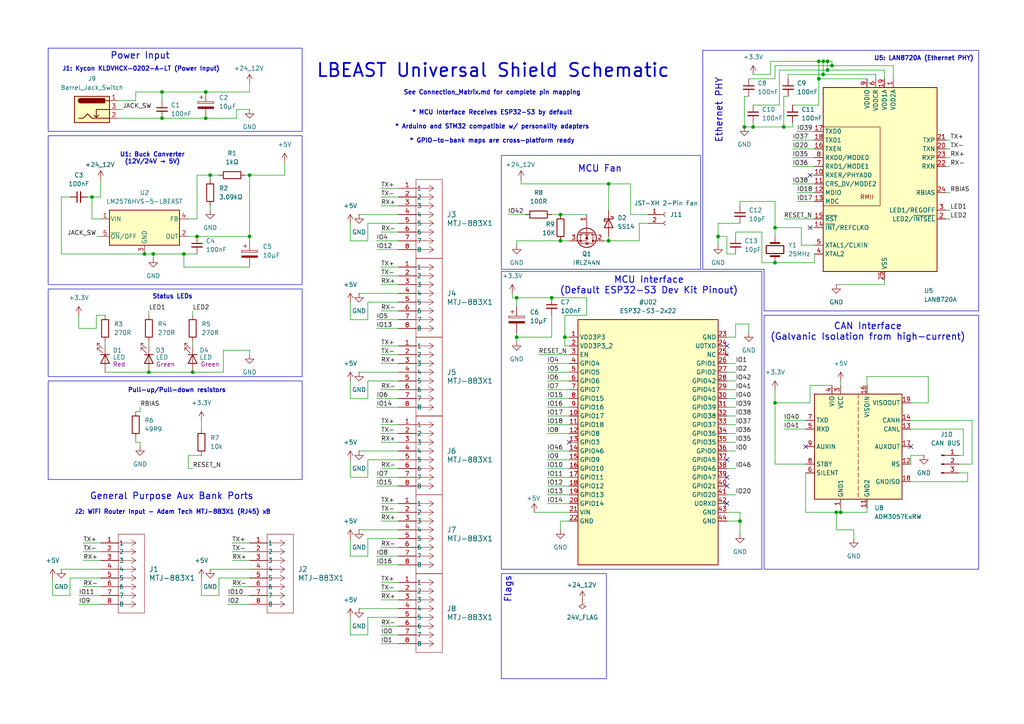
<source format=kicad_sch>
(kicad_sch (version 20250114) (generator "eeschema") (generator_version "9.0")
  (paper "A4")
  (title_block (title "LBEAST Universal Shield") (date "2025-11-16") (rev "0.1") (company "LBEAST") (comment 1 "Universal Shield with 8 Aux Ports") (comment 2 "Supports ESP32-S3 Dev Kit as default interface") (comment 3 "Supports ESP variants, STM32, and Arduino with personality adapters"))
  (rectangle (start 145.415 78.74) (end 220.98 165.1))
  (rectangle (start 13.97 39.37) (end 87.63 82.55))
  (rectangle (start 145.415 166.37) (end 175.895 196.85))
  (rectangle (start 13.97 110.49) (end 87.63 139.065))
  (rectangle (start 145.415 45.085) (end 203.2 78.105))
  (rectangle (start 221.615 91.44) (end 283.845 165.1))
  (rectangle (start 13.97 83.82) (end 87.63 109.22))
  (rectangle (start 13.97 13.97) (end 87.63 38.1))
  (text "U1: Buck Converter\n(12V/24V → 5V)" (at 44.196 45.974 0) (effects (font (size 1.27 1.27) (thickness 0.254))))
  (text "J2: WiFi Router Input - Adam Tech MTJ-883X1 (RJ45) x8" (at 50.038 148.59 0) (effects (font (size 1.27 1.27) (thickness 0.254))))
  (text "Flags" (at 147.32 170.942 90) (effects (font (size 1.905 1.905) (thickness 0.254))))
  (text "General Purpose Aux Bank Ports" (at 49.784 144.018 0) (effects (font (size 1.905 1.905) (thickness 0.254))))
  (text "CAN Interface\n(Galvanic Isolation from high-current)" (at 251.714 96.266 0) (effects (font (size 1.905 1.905) (thickness 0.254))))
  (text "Ethernet PHY" (at 208.534 32.004 90) (effects (font (size 1.905 1.905) (thickness 0.254))))
  (text "Pull-up/Pull-down resistors" (at 51.308 113.284 0) (effects (font (size 1.27 1.27) (thickness 0.254))))
  (text "J1: Kycon KLDVHCX-0202-A-LT (Power Input)" (at 40.894 20.066 0) (effects (font (size 1.27 1.27) (thickness 0.254))))
  (text "MCU Fan" (at 173.99 49.022 0) (effects (font (size 1.905 1.905) (thickness 0.254))))
  (text "U5: LAN8720A (Ethernet PHY)" (at 267.97 17.018 0) (effects (font (size 1.27 1.27) (thickness 0.254))))
  (text "* MCU Interface Receives ESP32-S3 by default\n\n* Arduino and STM32 compatible w/ personality adapters\n\n* GPIO-to-bank maps are cross-platform ready" (at 142.748 36.83 0) (effects (font (size 1.27 1.27) (thickness 0.254))))
  (text "Power Input" (at 40.64 16.256 0) (effects (font (size 1.905 1.905) (thickness 0.254))))
  (text "See Connection_Matrix.md for complete pin mapping" (at 142.748 26.924 0) (effects (font (size 1.27 1.27) (thickness 0.254))))
  (text "LBEAST Universal Shield Schematic" (at 143.002 20.574 0) (effects (font (size 3.81 3.81) (thickness 0.508))))
  (text "Status LEDs" (at 50.038 86.106 0) (effects (font (size 1.27 1.27) (thickness 0.254))))
  (text "MCU Interface\n(Default ESP32-S3 Dev Kit Pinout)" (at 188.214 82.804 0) (effects (font (size 1.905 1.905) (thickness 0.254))))
  (junction (at 149.86 86.36))
  (junction (at 242.57 148.59))
  (junction (at 240.03 20.32))
  (junction (at 162.56 62.23))
  (junction (at 218.44 36.83))
  (junction (at 241.3 19.05))
  (junction (at 237.49 22.86))
  (junction (at 60.96 50.8))
  (junction (at 240.03 17.78))
  (junction (at 238.76 17.78))
  (junction (at 59.69 34.29))
  (junction (at 26.67 57.15))
  (junction (at 46.99 34.29))
  (junction (at 57.15 68.58))
  (junction (at 237.49 17.78))
  (junction (at 214.63 151.13))
  (junction (at 41.91 73.66))
  (junction (at 215.9 36.83))
  (junction (at 44.45 73.66))
  (junction (at 224.79 66.04))
  (junction (at 208.28 68.58))
  (junction (at 163.83 97.79))
  (junction (at 160.02 86.36))
  (junction (at 72.39 68.58))
  (junction (at 72.39 50.8))
  (junction (at 55.88 107.95))
  (junction (at 59.69 26.67))
  (junction (at 176.53 53.34))
  (junction (at 243.84 148.59))
  (junction (at 43.18 107.95))
  (junction (at 238.76 21.59))
  (junction (at 53.34 73.66))
  (junction (at 176.53 69.85))
  (junction (at 149.86 97.79))
  (junction (at 162.56 69.85))
  (junction (at 46.99 26.67))
  (junction (at 224.79 116.84))
  (junction (at 227.33 36.83))
  (junction (at 224.79 76.2))
  (no_connect (at 233.68 129.54))
  (no_connect (at 210.82 140.97))
  (no_connect (at 264.16 129.54))
  (no_connect (at 234.95 50.8))
  (no_connect (at 210.82 133.35))
  (no_connect (at 210.82 146.05))
  (no_connect (at 234.95 66.04))
  (no_connect (at 210.82 100.33))
  (no_connect (at 165.1 128.27))
  (no_connect (at 210.82 138.43))
  (wire (pts (xy 224.79 116.84) (xy 234.95 116.84)))
  (wire (pts (xy 158.75 107.95) (xy 165.1 107.95)))
  (wire (pts (xy 57.15 68.58) (xy 72.39 68.58)))
  (wire (pts (xy 151.13 53.34) (xy 176.53 53.34)))
  (wire (pts (xy 40.64 128.27) (xy 40.64 129.54)))
  (wire (pts (xy 24.13 170.18) (xy 29.21 170.18)))
  (wire (pts (xy 149.86 99.06) (xy 149.86 97.79)))
  (wire (pts (xy 274.32 63.5) (xy 275.59 63.5)))
  (wire (pts (xy 158.75 143.51) (xy 165.1 143.51)))
  (wire (pts (xy 162.56 151.13) (xy 162.56 153.67)))
  (wire (pts (xy 213.36 67.31) (xy 213.36 68.58)))
  (wire (pts (xy 110.49 113.03) (xy 115.57 113.03)))
  (wire (pts (xy 82.55 50.8) (xy 72.39 50.8)))
  (wire (pts (xy 158.75 120.65) (xy 165.1 120.65)))
  (wire (pts (xy 182.88 62.23) (xy 182.88 53.34)))
  (wire (pts (xy 101.6 87.63) (xy 101.6 92.71)))
  (wire (pts (xy 224.79 66.04) (xy 232.41 66.04)))
  (wire (pts (xy 240.03 20.32) (xy 240.03 17.78)))
  (wire (pts (xy 115.57 64.77) (xy 106.68 64.77)))
  (wire (pts (xy 160.02 62.23) (xy 162.56 62.23)))
  (wire (pts (xy 223.52 17.78) (xy 223.52 21.59)))
  (wire (pts (xy 54.61 135.89) (xy 55.88 135.89)))
  (wire (pts (xy 55.88 107.95) (xy 64.77 107.95)))
  (wire (pts (xy 176.53 53.34) (xy 176.53 60.96)))
  (wire (pts (xy 106.68 184.15) (xy 101.6 184.15)))
  (wire (pts (xy 58.42 167.64) (xy 58.42 172.72)))
  (wire (pts (xy 228.6 21.59) (xy 228.6 22.86)))
  (wire (pts (xy 106.68 156.21) (xy 106.68 161.29)))
  (wire (pts (xy 109.22 95.25) (xy 115.57 95.25)))
  (wire (pts (xy 149.86 71.12) (xy 149.86 69.85)))
  (wire (pts (xy 229.87 36.83) (xy 227.33 36.83)))
  (wire (pts (xy 60.96 165.1) (xy 72.39 165.1)))
  (wire (pts (xy 54.61 63.5) (xy 57.15 63.5)))
  (wire (pts (xy 53.34 73.66) (xy 57.15 73.66)))
  (wire (pts (xy 163.83 97.79) (xy 163.83 100.33)))
  (wire (pts (xy 66.04 175.26) (xy 72.39 175.26)))
  (wire (pts (xy 208.28 68.58) (xy 208.28 71.12)))
  (wire (pts (xy 226.06 20.32) (xy 226.06 30.48)))
  (wire (pts (xy 46.99 26.67) (xy 46.99 29.21)))
  (wire (pts (xy 72.39 26.67) (xy 59.69 26.67)))
  (wire (pts (xy 46.99 26.67) (xy 59.69 26.67)))
  (wire (pts (xy 15.24 167.64) (xy 15.24 172.72)))
  (wire (pts (xy 163.83 91.44) (xy 170.18 91.44)))
  (wire (pts (xy 101.6 156.21) (xy 101.6 161.29)))
  (wire (pts (xy 279.4 124.46) (xy 279.4 132.08)))
  (wire (pts (xy 72.39 24.13) (xy 72.39 26.67)))
  (wire (pts (xy 241.3 17.78) (xy 240.03 17.78)))
  (wire (pts (xy 104.14 176.53) (xy 115.57 176.53)))
  (wire (pts (xy 165.1 100.33) (xy 163.83 100.33)))
  (wire (pts (xy 17.78 57.15) (xy 17.78 73.66)))
  (wire (pts (xy 26.67 63.5) (xy 29.21 63.5)))
  (wire (pts (xy 210.82 135.89) (xy 213.36 135.89)))
  (wire (pts (xy 110.49 171.45) (xy 115.57 171.45)))
  (wire (pts (xy 43.18 107.95) (xy 55.88 107.95)))
  (wire (pts (xy 226.06 30.48) (xy 218.44 30.48)))
  (wire (pts (xy 34.29 31.75) (xy 35.56 31.75)))
  (wire (pts (xy 106.68 138.43) (xy 101.6 138.43)))
  (wire (pts (xy 158.75 105.41) (xy 165.1 105.41)))
  (wire (pts (xy 247.65 153.67) (xy 247.65 156.21)))
  (wire (pts (xy 17.78 73.66) (xy 41.91 73.66)))
  (wire (pts (xy 110.49 80.01) (xy 115.57 80.01)))
  (wire (pts (xy 39.37 119.38) (xy 40.64 119.38)))
  (wire (pts (xy 243.84 111.76) (xy 243.84 110.49)))
  (wire (pts (xy 187.96 64.77) (xy 185.42 64.77)))
  (wire (pts (xy 57.15 63.5) (xy 57.15 50.8)))
  (wire (pts (xy 110.49 102.87) (xy 115.57 102.87)))
  (wire (pts (xy 238.76 21.59) (xy 238.76 17.78)))
  (wire (pts (xy 20.32 57.15) (xy 17.78 57.15)))
  (wire (pts (xy 34.29 29.21) (xy 39.37 29.21)))
  (wire (pts (xy 227.33 124.46) (xy 233.68 124.46)))
  (wire (pts (xy 158.75 115.57) (xy 165.1 115.57)))
  (wire (pts (xy 106.68 92.71) (xy 101.6 92.71)))
  (wire (pts (xy 234.95 50.8) (xy 236.22 50.8)))
  (wire (pts (xy 233.68 137.16) (xy 233.68 148.59)))
  (wire (pts (xy 110.49 123.19) (xy 115.57 123.19)))
  (wire (pts (xy 40.64 128.27) (xy 39.37 128.27)))
  (polyline (pts (xy 221.615 78.105) (xy 221.615 90.17)))
  (wire (pts (xy 233.68 148.59) (xy 242.57 148.59)))
  (wire (pts (xy 27.94 95.25) (xy 27.94 91.44)))
  (wire (pts (xy 60.96 59.69) (xy 60.96 60.96)))
  (wire (pts (xy 224.79 134.62) (xy 224.79 116.84)))
  (wire (pts (xy 39.37 29.21) (xy 39.37 26.67)))
  (wire (pts (xy 241.3 19.05) (xy 241.3 17.78)))
  (wire (pts (xy 59.69 34.29) (xy 68.58 34.29)))
  (wire (pts (xy 109.22 140.97) (xy 115.57 140.97)))
  (wire (pts (xy 54.61 132.08) (xy 54.61 135.89)))
  (wire (pts (xy 68.58 31.75) (xy 72.39 31.75)))
  (wire (pts (xy 148.59 86.36) (xy 149.86 86.36)))
  (wire (pts (xy 185.42 64.77) (xy 185.42 69.85)))
  (wire (pts (xy 274.32 43.18) (xy 275.59 43.18)))
  (wire (pts (xy 26.67 57.15) (xy 25.4 57.15)))
  (wire (pts (xy 26.67 57.15) (xy 29.21 57.15)))
  (wire (pts (xy 110.49 158.75) (xy 115.57 158.75)))
  (wire (pts (xy 251.46 109.22) (xy 251.46 111.76)))
  (wire (pts (xy 163.83 97.79) (xy 165.1 97.79)))
  (wire (pts (xy 60.96 50.8) (xy 63.5 50.8)))
  (wire (pts (xy 264.16 139.7) (xy 280.67 139.7)))
  (wire (pts (xy 165.1 151.13) (xy 162.56 151.13)))
  (wire (pts (xy 22.86 95.25) (xy 22.86 91.44)))
  (wire (pts (xy 274.32 60.96) (xy 275.59 60.96)))
  (wire (pts (xy 158.75 123.19) (xy 165.1 123.19)))
  (wire (pts (xy 110.49 59.69) (xy 115.57 59.69)))
  (wire (pts (xy 158.75 140.97) (xy 165.1 140.97)))
  (wire (pts (xy 109.22 138.43) (xy 115.57 138.43)))
  (wire (pts (xy 67.31 157.48) (xy 72.39 157.48)))
  (wire (pts (xy 104.14 62.23) (xy 115.57 62.23)))
  (wire (pts (xy 154.94 148.59) (xy 165.1 148.59)))
  (wire (pts (xy 110.49 186.69) (xy 115.57 186.69)))
  (wire (pts (xy 110.49 168.91) (xy 115.57 168.91)))
  (wire (pts (xy 115.57 87.63) (xy 106.68 87.63)))
  (wire (pts (xy 63.5 167.64) (xy 63.5 172.72)))
  (wire (pts (xy 163.83 91.44) (xy 163.83 97.79)))
  (wire (pts (xy 229.87 48.26) (xy 236.22 48.26)))
  (wire (pts (xy 234.95 111.76) (xy 241.3 111.76)))
  (wire (pts (xy 22.86 175.26) (xy 29.21 175.26)))
  (wire (pts (xy 54.61 132.08) (xy 58.42 132.08)))
  (polyline (pts (xy 283.21 14.605) (xy 283.845 14.605)))
  (wire (pts (xy 22.86 95.25) (xy 27.94 95.25)))
  (wire (pts (xy 217.17 22.86) (xy 224.79 22.86)))
  (wire (pts (xy 106.68 110.49) (xy 106.68 115.57)))
  (wire (pts (xy 220.98 67.31) (xy 213.36 67.31)))
  (wire (pts (xy 224.79 58.42) (xy 214.63 58.42)))
  (wire (pts (xy 240.03 17.78) (xy 238.76 17.78)))
  (wire (pts (xy 165.1 69.85) (xy 162.56 69.85)))
  (wire (pts (xy 210.82 68.58) (xy 208.28 68.58)))
  (wire (pts (xy 58.42 124.46) (xy 58.42 121.92)))
  (wire (pts (xy 20.32 167.64) (xy 20.32 172.72)))
  (wire (pts (xy 43.18 99.06) (xy 43.18 100.33)))
  (wire (pts (xy 220.98 76.2) (xy 224.79 76.2)))
  (wire (pts (xy 72.39 68.58) (xy 72.39 50.8)))
  (wire (pts (xy 214.63 151.13) (xy 214.63 154.94)))
  (wire (pts (xy 41.91 73.66) (xy 44.45 73.66)))
  (polyline (pts (xy 203.835 78.105) (xy 221.615 78.105)))
  (wire (pts (xy 148.59 85.09) (xy 148.59 86.36)))
  (polyline (pts (xy 203.835 14.605) (xy 203.835 78.105)))
  (wire (pts (xy 115.57 179.07) (xy 106.68 179.07)))
  (wire (pts (xy 110.49 57.15) (xy 115.57 57.15)))
  (wire (pts (xy 210.82 120.65) (xy 213.36 120.65)))
  (wire (pts (xy 242.57 148.59) (xy 242.57 153.67)))
  (wire (pts (xy 256.54 82.55) (xy 256.54 81.28)))
  (wire (pts (xy 106.68 179.07) (xy 106.68 184.15)))
  (wire (pts (xy 68.58 34.29) (xy 68.58 31.75)))
  (wire (pts (xy 259.08 19.05) (xy 241.3 19.05)))
  (wire (pts (xy 274.32 40.64) (xy 275.59 40.64)))
  (wire (pts (xy 55.88 90.17) (xy 55.88 91.44)))
  (wire (pts (xy 228.6 27.94) (xy 227.33 27.94)))
  (wire (pts (xy 110.49 125.73) (xy 115.57 125.73)))
  (wire (pts (xy 109.22 92.71) (xy 115.57 92.71)))
  (wire (pts (xy 210.82 113.03) (xy 213.36 113.03)))
  (wire (pts (xy 242.57 148.59) (xy 243.84 148.59)))
  (wire (pts (xy 213.36 93.98) (xy 217.17 93.98)))
  (wire (pts (xy 29.21 167.64) (xy 20.32 167.64)))
  (wire (pts (xy 170.18 91.44) (xy 170.18 86.36)))
  (wire (pts (xy 234.95 66.04) (xy 236.22 66.04)))
  (wire (pts (xy 210.82 143.51) (xy 213.36 143.51)))
  (wire (pts (xy 110.49 82.55) (xy 115.57 82.55)))
  (wire (pts (xy 238.76 17.78) (xy 237.49 17.78)))
  (wire (pts (xy 217.17 27.94) (xy 215.9 27.94)))
  (wire (pts (xy 208.28 64.77) (xy 208.28 68.58)))
  (wire (pts (xy 210.82 125.73) (xy 213.36 125.73)))
  (wire (pts (xy 110.49 181.61) (xy 115.57 181.61)))
  (wire (pts (xy 147.32 62.23) (xy 152.4 62.23)))
  (wire (pts (xy 232.41 71.12) (xy 236.22 71.12)))
  (wire (pts (xy 254 22.86) (xy 254 21.59)))
  (wire (pts (xy 110.49 105.41) (xy 115.57 105.41)))
  (wire (pts (xy 104.14 107.95) (xy 115.57 107.95)))
  (wire (pts (xy 214.63 64.77) (xy 208.28 64.77)))
  (wire (pts (xy 264.16 134.62) (xy 264.16 132.08)))
  (wire (pts (xy 53.34 73.66) (xy 44.45 73.66)))
  (wire (pts (xy 160.02 86.36) (xy 170.18 86.36)))
  (wire (pts (xy 39.37 26.67) (xy 46.99 26.67)))
  (polyline (pts (xy 221.615 90.17) (xy 283.845 90.17)))
  (wire (pts (xy 175.26 69.85) (xy 176.53 69.85)))
  (wire (pts (xy 223.52 21.59) (xy 218.44 21.59)))
  (wire (pts (xy 158.75 138.43) (xy 165.1 138.43)))
  (wire (pts (xy 104.14 85.09) (xy 115.57 85.09)))
  (wire (pts (xy 215.9 36.83) (xy 218.44 36.83)))
  (polyline (pts (xy 283.845 90.17) (xy 283.845 14.605)))
  (wire (pts (xy 214.63 58.42) (xy 214.63 59.69)))
  (wire (pts (xy 264.16 132.08) (xy 267.97 132.08)))
  (wire (pts (xy 210.82 123.19) (xy 213.36 123.19)))
  (wire (pts (xy 106.68 115.57) (xy 101.6 115.57)))
  (wire (pts (xy 256.54 22.86) (xy 256.54 20.32)))
  (wire (pts (xy 229.87 35.56) (xy 229.87 36.83)))
  (wire (pts (xy 158.75 133.35) (xy 165.1 133.35)))
  (wire (pts (xy 63.5 172.72) (xy 58.42 172.72)))
  (wire (pts (xy 115.57 133.35) (xy 106.68 133.35)))
  (wire (pts (xy 229.87 40.64) (xy 236.22 40.64)))
  (wire (pts (xy 39.37 128.27) (xy 39.37 127)))
  (wire (pts (xy 24.13 160.02) (xy 29.21 160.02)))
  (wire (pts (xy 106.68 161.29) (xy 101.6 161.29)))
  (wire (pts (xy 101.6 110.49) (xy 101.6 115.57)))
  (wire (pts (xy 109.22 161.29) (xy 115.57 161.29)))
  (wire (pts (xy 22.86 172.72) (xy 29.21 172.72)))
  (wire (pts (xy 106.68 87.63) (xy 106.68 92.71)))
  (wire (pts (xy 72.39 101.6) (xy 72.39 102.87)))
  (wire (pts (xy 106.68 64.77) (xy 106.68 69.85)))
  (wire (pts (xy 110.49 148.59) (xy 115.57 148.59)))
  (wire (pts (xy 274.32 55.88) (xy 275.59 55.88)))
  (wire (pts (xy 264.16 116.84) (xy 269.24 116.84)))
  (wire (pts (xy 101.6 64.77) (xy 101.6 69.85)))
  (wire (pts (xy 214.63 148.59) (xy 214.63 151.13)))
  (wire (pts (xy 30.48 107.95) (xy 43.18 107.95)))
  (wire (pts (xy 27.94 68.58) (xy 29.21 68.58)))
  (wire (pts (xy 242.57 82.55) (xy 256.54 82.55)))
  (wire (pts (xy 109.22 118.11) (xy 115.57 118.11)))
  (wire (pts (xy 215.9 27.94) (xy 215.9 36.83)))
  (wire (pts (xy 110.49 54.61) (xy 115.57 54.61)))
  (wire (pts (xy 227.33 27.94) (xy 227.33 36.83)))
  (wire (pts (xy 210.82 128.27) (xy 213.36 128.27)))
  (wire (pts (xy 158.75 135.89) (xy 165.1 135.89)))
  (wire (pts (xy 158.75 113.03) (xy 165.1 113.03)))
  (wire (pts (xy 30.48 99.06) (xy 30.48 100.33)))
  (wire (pts (xy 149.86 86.36) (xy 149.86 88.9)))
  (wire (pts (xy 110.49 90.17) (xy 115.57 90.17)))
  (wire (pts (xy 72.39 167.64) (xy 63.5 167.64)))
  (wire (pts (xy 27.94 91.44) (xy 30.48 91.44)))
  (wire (pts (xy 115.57 110.49) (xy 106.68 110.49)))
  (wire (pts (xy 243.84 148.59) (xy 251.46 148.59)))
  (wire (pts (xy 110.49 128.27) (xy 115.57 128.27)))
  (wire (pts (xy 110.49 184.15) (xy 115.57 184.15)))
  (wire (pts (xy 231.14 58.42) (xy 236.22 58.42)))
  (wire (pts (xy 17.78 165.1) (xy 29.21 165.1)))
  (wire (pts (xy 66.04 172.72) (xy 72.39 172.72)))
  (wire (pts (xy 160.02 97.79) (xy 149.86 97.79)))
  (wire (pts (xy 231.14 38.1) (xy 236.22 38.1)))
  (wire (pts (xy 109.22 115.57) (xy 115.57 115.57)))
  (wire (pts (xy 210.82 130.81) (xy 213.36 130.81)))
  (wire (pts (xy 234.95 116.84) (xy 234.95 111.76)))
  (wire (pts (xy 280.67 139.7) (xy 280.67 137.16)))
  (wire (pts (xy 29.21 57.15) (xy 29.21 52.07)))
  (wire (pts (xy 101.6 179.07) (xy 101.6 184.15)))
  (wire (pts (xy 82.55 46.99) (xy 82.55 50.8)))
  (wire (pts (xy 213.36 97.79) (xy 213.36 93.98)))
  (wire (pts (xy 24.13 162.56) (xy 29.21 162.56)))
  (wire (pts (xy 210.82 118.11) (xy 213.36 118.11)))
  (wire (pts (xy 210.82 107.95) (xy 213.36 107.95)))
  (wire (pts (xy 110.49 173.99) (xy 115.57 173.99)))
  (wire (pts (xy 274.32 48.26) (xy 275.59 48.26)))
  (wire (pts (xy 227.33 36.83) (xy 218.44 36.83)))
  (wire (pts (xy 149.86 69.85) (xy 162.56 69.85)))
  (wire (pts (xy 67.31 162.56) (xy 72.39 162.56)))
  (wire (pts (xy 104.14 153.67) (xy 115.57 153.67)))
  (wire (pts (xy 67.31 160.02) (xy 72.39 160.02)))
  (wire (pts (xy 57.15 50.8) (xy 60.96 50.8)))
  (wire (pts (xy 156.21 102.87) (xy 165.1 102.87)))
  (wire (pts (xy 158.75 130.81) (xy 165.1 130.81)))
  (wire (pts (xy 217.17 93.98) (xy 217.17 96.52)))
  (wire (pts (xy 53.34 77.47) (xy 53.34 73.66)))
  (wire (pts (xy 224.79 66.04) (xy 224.79 68.58)))
  (wire (pts (xy 224.79 76.2) (xy 236.22 76.2)))
  (wire (pts (xy 240.03 20.32) (xy 226.06 20.32)))
  (wire (pts (xy 236.22 73.66) (xy 236.22 76.2)))
  (wire (pts (xy 110.49 100.33) (xy 115.57 100.33)))
  (wire (pts (xy 224.79 19.05) (xy 224.79 22.86)))
  (wire (pts (xy 40.64 119.38) (xy 40.64 118.11)))
  (wire (pts (xy 55.88 99.06) (xy 55.88 100.33)))
  (wire (pts (xy 149.86 86.36) (xy 160.02 86.36)))
  (wire (pts (xy 213.36 73.66) (xy 210.82 73.66)))
  (wire (pts (xy 158.75 125.73) (xy 165.1 125.73)))
  (wire (pts (xy 72.39 69.85) (xy 72.39 68.58)))
  (wire (pts (xy 34.29 34.29) (xy 46.99 34.29)))
  (wire (pts (xy 259.08 22.86) (xy 259.08 19.05)))
  (wire (pts (xy 106.68 69.85) (xy 101.6 69.85)))
  (wire (pts (xy 115.57 156.21) (xy 106.68 156.21)))
  (wire (pts (xy 24.13 157.48) (xy 29.21 157.48)))
  (wire (pts (xy 149.86 97.79) (xy 149.86 96.52)))
  (wire (pts (xy 72.39 77.47) (xy 53.34 77.47)))
  (wire (pts (xy 279.4 132.08) (xy 278.13 132.08)))
  (wire (pts (xy 220.98 76.2) (xy 220.98 67.31)))
  (wire (pts (xy 243.84 147.32) (xy 243.84 148.59)))
  (wire (pts (xy 210.82 97.79) (xy 213.36 97.79)))
  (wire (pts (xy 210.82 148.59) (xy 214.63 148.59)))
  (wire (pts (xy 158.75 118.11) (xy 165.1 118.11)))
  (wire (pts (xy 110.49 77.47) (xy 115.57 77.47)))
  (wire (pts (xy 251.46 147.32) (xy 251.46 148.59)))
  (wire (pts (xy 210.82 110.49) (xy 213.36 110.49)))
  (wire (pts (xy 110.49 151.13) (xy 115.57 151.13)))
  (wire (pts (xy 64.77 107.95) (xy 64.77 101.6)))
  (wire (pts (xy 210.82 73.66) (xy 210.82 68.58)))
  (wire (pts (xy 281.94 121.92) (xy 281.94 134.62)))
  (wire (pts (xy 20.32 172.72) (xy 15.24 172.72)))
  (wire (pts (xy 109.22 72.39) (xy 115.57 72.39)))
  (wire (pts (xy 158.75 110.49) (xy 165.1 110.49)))
  (wire (pts (xy 109.22 163.83) (xy 115.57 163.83)))
  (wire (pts (xy 187.96 62.23) (xy 182.88 62.23)))
  (wire (pts (xy 176.53 69.85) (xy 185.42 69.85)))
  (wire (pts (xy 176.53 53.34) (xy 182.88 53.34)))
  (wire (pts (xy 232.41 71.12) (xy 232.41 66.04)))
  (wire (pts (xy 160.02 91.44) (xy 160.02 97.79)))
  (wire (pts (xy 60.96 52.07) (xy 60.96 50.8)))
  (wire (pts (xy 274.32 45.72) (xy 275.59 45.72)))
  (polyline (pts (xy 203.835 14.605) (xy 283.21 14.605)))
  (wire (pts (xy 26.67 57.15) (xy 26.67 63.5)))
  (wire (pts (xy 264.16 121.92) (xy 281.94 121.92)))
  (wire (pts (xy 210.82 115.57) (xy 213.36 115.57)))
  (wire (pts (xy 218.44 35.56) (xy 218.44 36.83)))
  (wire (pts (xy 64.77 101.6) (xy 72.39 101.6)))
  (wire (pts (xy 227.33 121.92) (xy 233.68 121.92)))
  (wire (pts (xy 227.33 63.5) (xy 236.22 63.5)))
  (wire (pts (xy 162.56 62.23) (xy 170.18 62.23)))
  (wire (pts (xy 104.14 130.81) (xy 115.57 130.81)))
  (wire (pts (xy 237.49 30.48) (xy 229.87 30.48)))
  (wire (pts (xy 269.24 109.22) (xy 251.46 109.22)))
  (wire (pts (xy 229.87 53.34) (xy 236.22 53.34)))
  (wire (pts (xy 210.82 151.13) (xy 214.63 151.13)))
  (wire (pts (xy 264.16 124.46) (xy 279.4 124.46)))
  (wire (pts (xy 109.22 69.85) (xy 115.57 69.85)))
  (wire (pts (xy 110.49 135.89) (xy 115.57 135.89)))
  (wire (pts (xy 238.76 21.59) (xy 228.6 21.59)))
  (wire (pts (xy 233.68 134.62) (xy 224.79 134.62)))
  (wire (pts (xy 71.12 50.8) (xy 72.39 50.8)))
  (wire (pts (xy 224.79 58.42) (xy 224.79 66.04)))
  (wire (pts (xy 224.79 116.84) (xy 224.79 113.03)))
  (wire (pts (xy 44.45 74.93) (xy 44.45 73.66)))
  (wire (pts (xy 269.24 116.84) (xy 269.24 109.22)))
  (wire (pts (xy 210.82 105.41) (xy 213.36 105.41)))
  (wire (pts (xy 158.75 146.05) (xy 165.1 146.05)))
  (wire (pts (xy 242.57 153.67) (xy 247.65 153.67)))
  (wire (pts (xy 251.46 22.86) (xy 237.49 22.86)))
  (wire (pts (xy 280.67 137.16) (xy 278.13 137.16)))
  (wire (pts (xy 176.53 68.58) (xy 176.53 69.85)))
  (wire (pts (xy 229.87 45.72) (xy 236.22 45.72)))
  (wire (pts (xy 256.54 20.32) (xy 240.03 20.32)))
  (wire (pts (xy 46.99 34.29) (xy 59.69 34.29)))
  (wire (pts (xy 237.49 22.86) (xy 237.49 30.48)))
  (wire (pts (xy 110.49 146.05) (xy 115.57 146.05)))
  (wire (pts (xy 231.14 55.88) (xy 236.22 55.88)))
  (wire (pts (xy 110.49 67.31) (xy 115.57 67.31)))
  (wire (pts (xy 237.49 17.78) (xy 223.52 17.78)))
  (wire (pts (xy 254 21.59) (xy 238.76 21.59)))
  (wire (pts (xy 241.3 19.05) (xy 224.79 19.05)))
  (wire (pts (xy 67.31 170.18) (xy 72.39 170.18)))
  (wire (pts (xy 106.68 133.35) (xy 106.68 138.43)))
  (wire (pts (xy 101.6 133.35) (xy 101.6 138.43)))
  (wire (pts (xy 237.49 22.86) (xy 237.49 17.78)))
  (wire (pts (xy 151.13 53.34) (xy 151.13 52.07)))
  (wire (pts (xy 229.87 43.18) (xy 236.22 43.18)))
  (wire (pts (xy 281.94 134.62) (xy 278.13 134.62)))
  (wire (pts (xy 54.61 68.58) (xy 57.15 68.58)))
  (wire (pts (xy 43.18 90.17) (xy 43.18 91.44)))
  (label "RX-" (at 110.49 181.61 0))
  (label "IO41" (at 227.33 124.46 0))
  (label "LED1" (at 275.59 60.96 0))
  (label "IO16" (at 158.75 118.11 0))
  (label "IO38" (at 213.36 120.65 0))
  (label "IO39" (at 231.14 38.1 0))
  (label "IO15" (at 158.75 115.57 0))
  (label "IO5" (at 158.75 107.95 0))
  (label "IO35" (at 213.36 128.27 0))
  (label "RX-" (at 110.49 113.03 0))
  (label "IO35" (at 229.87 45.72 0))
  (label "RESET_N" (at 227.33 63.5 0))
  (label "IO8" (at 158.75 125.73 0))
  (label "RESET_N" (at 55.88 135.89 0))
  (label "RX+" (at 110.49 59.69 0))
  (label "IO46" (at 213.36 135.89 0))
  (label "IO13" (at 109.22 95.25 0))
  (label "IO10" (at 158.75 135.89 0))
  (label "TX-" (at 24.13 160.02 0))
  (label "RX+" (at 110.49 128.27 0))
  (label "IO5" (at 109.22 92.71 0))
  (label "IO10" (at 66.04 172.72 0))
  (label "IO42" (at 213.36 110.49 0))
  (label "IO8" (at 109.22 161.29 0))
  (label "IO20" (at 213.36 143.51 0))
  (label "IO4" (at 109.22 69.85 0))
  (label "TX+" (at 110.49 54.61 0))
  (label "TX-" (at 110.49 57.15 0))
  (label "TX+" (at 110.49 123.19 0))
  (label "IO1" (at 110.49 186.69 0))
  (label "IO40" (at 213.36 115.57 0))
  (label "TX+" (at 110.49 77.47 0))
  (label "IO12" (at 158.75 140.97 0))
  (label "RX+" (at 110.49 151.13 0))
  (label "RX-" (at 110.49 67.31 0))
  (label "IO11" (at 22.86 172.72 0))
  (label "TX+" (at 110.49 146.05 0))
  (label "JACK_SW" (at 35.56 31.75 0))
  (label "IO14" (at 109.22 118.11 0))
  (label "IO36" (at 229.87 48.26 0))
  (label "TX-" (at 275.59 43.18 0))
  (label "LED2" (at 275.59 63.5 0))
  (label "TX-" (at 67.31 160.02 0))
  (label "IO41" (at 213.36 113.03 0))
  (label "RX-" (at 24.13 170.18 0))
  (label "RX+" (at 110.49 105.41 0))
  (label "IO18" (at 158.75 123.19 0))
  (label "IO37" (at 229.87 40.64 0))
  (label "IO9" (at 22.86 175.26 0))
  (label "IO39" (at 213.36 118.11 0))
  (label "IO1" (at 213.36 105.41 0))
  (label "TX-" (at 110.49 171.45 0))
  (label "IO12" (at 109.22 72.39 0))
  (label "RBIAS" (at 275.59 55.88 0))
  (label "IO7" (at 158.75 113.03 0))
  (label "TX+" (at 67.31 157.48 0))
  (label "IO0" (at 110.49 184.15 0))
  (label "IO40" (at 227.33 121.92 0))
  (label "IO4" (at 158.75 105.41 0))
  (label "IO9" (at 158.75 133.35 0))
  (label "TX-" (at 110.49 80.01 0))
  (label "IO36" (at 213.36 125.73 0))
  (label "IO7" (at 109.22 138.43 0))
  (label "LED1" (at 43.18 90.17 0))
  (label "RX+" (at 110.49 82.55 0))
  (label "RX-" (at 275.59 48.26 0))
  (label "TX+" (at 110.49 100.33 0))
  (label "IO18" (at 231.14 55.88 0))
  (label "IO15" (at 109.22 140.97 0))
  (label "RX-" (at 110.49 90.17 0))
  (label "RX+" (at 110.49 173.99 0))
  (label "RX+" (at 67.31 162.56 0))
  (label "IO17" (at 231.14 58.42 0))
  (label "TX+" (at 275.59 40.64 0))
  (label "IO20" (at 229.87 43.18 0))
  (label "RX-" (at 110.49 135.89 0))
  (label "TX-" (at 110.49 102.87 0))
  (label "IO6" (at 158.75 110.49 0))
  (label "TX+" (at 24.13 157.48 0))
  (label "IO0" (at 213.36 130.81 0))
  (label "TX-" (at 110.49 125.73 0))
  (label "TX-" (at 110.49 148.59 0))
  (label "IO37" (at 213.36 123.19 0))
  (label "IO16" (at 109.22 163.83 0))
  (label "IO42" (at 147.32 62.23 0))
  (label "RESET_N" (at 156.21 102.87 0))
  (label "RX-" (at 110.49 158.75 0))
  (label "RX+" (at 275.59 45.72 0))
  (label "TX+" (at 110.49 168.91 0))
  (label "IO46" (at 158.75 130.81 0))
  (label "IO2" (at 66.04 175.26 0))
  (label "IO17" (at 158.75 120.65 0))
  (label "RX-" (at 67.31 170.18 0))
  (label "IO38" (at 229.87 53.34 0))
  (label "IO11" (at 158.75 138.43 0))
  (label "IO2" (at 213.36 107.95 0))
  (label "IO6" (at 109.22 115.57 0))
  (label "RX+" (at 24.13 162.56 0))
  (label "LED2" (at 55.88 90.17 0))
  (label "IO14" (at 158.75 146.05 0))
  (label "RBIAS" (at 40.64 118.11 0))
  (label "IO13" (at 158.75 143.51 0))
  (label "JACK_SW" (at 27.94 68.58 180))
  (symbol (lib_id "power:+5V") (at 82.55 46.99 0) (unit 1)
    (property "Reference" "#PWR015" (effects (hide yes)))
    (property "Value" "+5V" (at 82.55 41.91 0))
    (property "Description" "Power symbol creates a global label with name \"+5V\"" (effects (hide yes)))
  )
  (symbol (lib_id "LBEAST_Symbols:MTJ-883X1") (at 72.39 157.48 0) (unit 1)
    (property "Reference" "J2" (at 86.36 165.0999 0) (effects (font (size 1.524 1.524)) (justify left)))
    (property "Value" "MTJ-883X1" (at 86.36 167.6399 0) (effects (font (size 1.524 1.524)) (justify left)))
    (property "Footprint" "LBEASTLibrary:CONN_MTJ-883X1_ADM" (effects (hide yes)))
    (property "Datasheet" "MTJ-883X1" (effects (hide yes)))
  )
  (symbol (lib_id "Diode:SS14") (at 176.53 64.77 270) (unit 1)
    (property "Reference" "D2" (at 179.07 63.1824 90) (effects (justify left)))
    (property "Value" "SS14" (at 179.07 65.7224 90) (effects (justify left)))
    (property "Footprint" "Diode_SMD:D_SMA" (effects (hide yes)))
    (property "Datasheet" "https://www.vishay.com/docs/88746/ss12.pdf" (effects (hide yes)))
    (property "Description" "40V 1A Schottky Diode, SMA" (effects (hide yes)))
  )
  (symbol (lib_id "Device:LED") (at 30.48 104.14 270) (unit 1)
    (property "Reference" "D1" (at 34.036 101.6 90))
    (property "Value" "LED" (at 34.544 103.632 90))
    (property "Footprint" "LED_SMD:LED_0805_2012Metric" (effects (hide yes)))
    (property "Description" "Light emitting diode" (effects (hide yes)))
    (property "Sim.Pins" "1=K 2=A" (effects (hide yes)))
    (property "Color" "Red" (at 34.544 105.664 90))
  )
  (symbol (lib_id "Device:C_Small") (at 22.86 57.15 90) (unit 1)
    (property "Reference" "C3" (at 22.8663 50.8 90))
    (property "Value" "100nF" (at 22.8663 53.34 90))
    (property "Footprint" "Capacitor_SMD:C_0805_2012Metric" (effects (hide yes)))
    (property "Description" "Unpolarized capacitor, small symbol" (effects (hide yes)))
  )
  (symbol (lib_id "power:GND") (at 214.63 154.94 0) (unit 1)
    (property "Reference" "#PWR025" (effects (hide yes)))
    (property "Value" "GND" (at 214.63 160.02 0))
    (property "Description" "Power symbol creates a global label with name \"GND\" , ground" (effects (hide yes)))
  )
  (symbol (lib_id "Interface_Ethernet:LAN8720A") (at 256.54 53.34 0) (unit 1)
    (property "Reference" "U5" (at 267.97 84.328 0) (effects (justify left)))
    (property "Value" "LAN8720A" (at 267.97 86.868 0) (effects (justify left)))
    (property "Footprint" "Package_DFN_QFN:VQFN-24-1EP_4x4mm_P0.5mm_EP2.5x2.5mm_ThermalVias" (effects (hide yes)))
    (property "Datasheet" "http://ww1.microchip.com/downloads/en/DeviceDoc/8720a.pdf" (effects (hide yes)))
    (property "Description" "LAN8720 Ethernet PHY with RMII interface, QFN-24" (effects (hide yes)))
  )
  (symbol (lib_id "power:+3.3V") (at 58.42 121.92 0) (unit 1)
    (property "Reference" "#PWR042" (effects (hide yes)))
    (property "Value" "+3.3V" (at 58.42 116.84 0))
    (property "Description" "Power symbol creates a global label with name \"+3.3V\"" (effects (hide yes)))
  )
  (symbol (lib_id "Device:C_Small") (at 229.87 33.02 0) (unit 1)
    (property "Reference" "C11" (at 232.41 31.7562 0) (effects (justify left)))
    (property "Value" "100nF" (at 232.41 34.2962 0) (effects (justify left)))
    (property "Footprint" "Capacitor_SMD:C_0805_2012Metric" (effects (hide yes)))
    (property "Description" "Unpolarized capacitor, small symbol" (effects (hide yes)))
  )
  (symbol (lib_id "LBEAST_Symbols:MTJ-883X1") (at 115.57 146.05 0) (unit 1)
    (property "Reference" "J7" (at 129.54 153.6699 0) (effects (font (size 1.524 1.524)) (justify left)))
    (property "Value" "MTJ-883X1" (at 129.54 156.2099 0) (effects (font (size 1.524 1.524)) (justify left)))
    (property "Footprint" "LBEASTLibrary:CONN_MTJ-883X1_ADM" (effects (hide yes)))
    (property "Datasheet" "MTJ-883X1" (effects (hide yes)))
  )
  (symbol (lib_id "power:GND") (at 44.45 74.93 0) (unit 1)
    (property "Reference" "#PWR013" (effects (hide yes)))
    (property "Value" "GND" (at 44.45 80.01 0))
    (property "Description" "Power symbol creates a global label with name \"GND\" , ground" (effects (hide yes)))
  )
  (symbol (lib_id "power:+24V") (at 29.21 52.07 0) (unit 1)
    (property "Reference" "#PWR04" (effects (hide yes)))
    (property "Value" "+24_12V" (at 24.638 47.752 0) (effects (justify left)))
    (property "Description" "Power symbol creates a global label with name \"+24V\"" (effects (hide yes)))
  )
  (symbol (lib_id "Device:C_Small") (at 217.17 25.4 0) (unit 1)
    (property "Reference" "C8" (at 219.71 24.1362 0) (effects (justify left)))
    (property "Value" "100nF" (at 219.71 26.6762 0) (effects (justify left)))
    (property "Footprint" "Capacitor_SMD:C_0805_2012Metric" (effects (hide yes)))
    (property "Description" "Unpolarized capacitor, small symbol" (effects (hide yes)))
  )
  (symbol (lib_id "power:+24V") (at 72.39 24.13 0) (unit 1)
    (property "Reference" "#PWR03" (effects (hide yes)))
    (property "Value" "+24_12V" (at 67.818 19.812 0) (effects (justify left)))
    (property "Description" "Power symbol creates a global label with name \"+24V\"" (effects (hide yes)))
  )
  (symbol (lib_id "power:GND") (at 267.97 132.08 0) (unit 1)
    (property "Reference" "#PWR07" (effects (hide yes)))
    (property "Value" "GND" (at 267.97 137.16 0))
    (property "Description" "Power symbol creates a global label with name \"GND\" , ground" (effects (hide yes)))
  )
  (symbol (lib_id "Device:C_Small") (at 214.63 62.23 0) (unit 1)
    (property "Reference" "C12" (at 217.17 60.9662 0) (effects (justify left)))
    (property "Value" "10pF" (at 217.17 63.5062 0) (effects (justify left)))
    (property "Footprint" "Capacitor_SMD:C_0805_2012Metric" (effects (hide yes)))
    (property "Description" "Unpolarized capacitor, small symbol" (effects (hide yes)))
  )
  (symbol (lib_id "LBEAST_Symbols:LM2576HVS-5-LBEAST") (at 41.91 66.04 0) (unit 1)
    (property "Reference" "U2" (at 41.91 55.88 0))
    (property "Value" "LM2576HVS-5-LBEAST" (at 41.91 58.42 0))
    (property "Footprint" "Package_TO_SOT_SMD:TO-263-5_TabPin3" (effects (hide yes)))
    (property "Datasheet" "http://www.ti.com/lit/ds/symlink/lm2576.pdf" (effects (hide yes)))
    (property "Description" "5V 3A, SIMPLE SWITCHER® Step-Down Voltage Regulator, High Voltage Input, TO-263" (effects (hide yes)))
  )
  (symbol (lib_id "power:+5V") (at 243.84 110.49 0) (unit 1)
    (property "Reference" "#PWR030" (effects (hide yes)))
    (property "Value" "+5V" (at 243.84 105.41 0))
    (property "Description" "Power symbol creates a global label with name \"+5V\"" (effects (hide yes)))
  )
  (symbol (lib_id "Device:Crystal") (at 224.79 72.39 270) (unit 1)
    (property "Reference" "Y1" (at 228.6 71.1199 90) (effects (justify left)))
    (property "Value" "25MHz" (at 228.6 73.6599 90) (effects (justify left)))
    (property "Footprint" "Crystal:Crystal_SMD_3225-4Pin_3.2x2.5mm" (effects (hide yes)))
    (property "Description" "Two pin crystal" (effects (hide yes)))
  )
  (symbol (lib_id "Interface_CAN_LIN:ADM3057ExRW") (at 248.92 129.54 0) (unit 1)
    (property "Reference" "U8" (at 253.6033 147.32 0) (effects (justify left)))
    (property "Value" "ADM3057ExRW" (at 253.6033 149.86 0) (effects (justify left)))
    (property "Footprint" "Package_SO:SOIC-20W_7.5x12.8mm_P1.27mm" (effects (hide yes)))
    (property "Datasheet" "https://www.analog.com/media/en/technical-documentation/data-sheets/ADM3055E-3057E.pdf" (effects (hide yes)))
    (property "Description" "Isolated CAN FD Transceiver, integrated isolated DC-DC converter, 12Mbps, SOIC-20W" (effects (hide yes)))
  )
  (symbol (lib_id "Device:R") (at 39.37 123.19 0) (unit 1)
    (property "Reference" "R6" (at 41.91 121.9199 0) (effects (justify left)))
    (property "Value" "49R9" (at 41.91 124.4599 0) (effects (justify left)))
    (property "Footprint" "Resistor_SMD:R_0805_2012Metric" (effects (hide yes)))
    (property "Description" "Resistor" (effects (hide yes)))
  )
  (symbol (lib_id "power:GND") (at 247.65 156.21 0) (unit 1)
    (property "Reference" "#PWR028" (effects (hide yes)))
    (property "Value" "GND" (at 247.65 161.29 0))
    (property "Description" "Power symbol creates a global label with name \"GND\" , ground" (effects (hide yes)))
  )
  (symbol (lib_id "Device:LED") (at 43.18 104.14 270) (unit 1)
    (property "Reference" "D3" (at 46.482 101.6 90))
    (property "Value" "LED" (at 46.99 103.632 90))
    (property "Footprint" "LED_SMD:LED_0805_2012Metric" (effects (hide yes)))
    (property "Description" "Light emitting diode" (effects (hide yes)))
    (property "Sim.Pins" "1=K 2=A" (effects (hide yes)))
    (property "Color" "Green" (at 48.006 105.664 90))
  )
  (symbol (lib_id "LBEAST_Symbols:MTJ-883X1") (at 115.57 123.19 0) (unit 1)
    (property "Reference" "J6" (at 129.54 130.8099 0) (effects (font (size 1.524 1.524)) (justify left)))
    (property "Value" "MTJ-883X1" (at 129.54 133.3499 0) (effects (font (size 1.524 1.524)) (justify left)))
    (property "Footprint" "LBEASTLibrary:CONN_MTJ-883X1_ADM" (effects (hide yes)))
    (property "Datasheet" "MTJ-883X1" (effects (hide yes)))
  )
  (symbol (lib_id "Device:R") (at 30.48 95.25 0) (unit 1)
    (property "Reference" "R3" (at 33.02 93.9799 0) (effects (justify left)))
    (property "Value" "270R" (at 33.02 96.5199 0) (effects (justify left)))
    (property "Footprint" "Resistor_SMD:R_0805_2012Metric" (effects (hide yes)))
    (property "Description" "Resistor" (effects (hide yes)))
  )
  (symbol (lib_id "power:+5V") (at 101.6 110.49 0) (unit 1)
    (property "Reference" "#PWR027" (effects (hide yes)))
    (property "Value" "+5V" (at 101.6 105.41 0))
    (property "Description" "Power symbol creates a global label with name \"+5V\"" (effects (hide yes)))
  )
  (symbol (lib_id "power:GND") (at 104.14 130.81 0) (unit 1)
    (property "Reference" "#PWR033" (effects (hide yes)))
    (property "Value" "GND" (at 104.14 135.89 0))
    (property "Description" "Power symbol creates a global label with name \"GND\" , ground" (effects (hide yes)))
  )
  (symbol (lib_id "LBEAST_Symbols:MTJ-883X1") (at 115.57 54.61 0) (unit 1)
    (property "Reference" "J3" (at 129.54 62.2299 0) (effects (font (size 1.524 1.524)) (justify left)))
    (property "Value" "MTJ-883X1" (at 129.54 64.7699 0) (effects (font (size 1.524 1.524)) (justify left)))
    (property "Footprint" "LBEASTLibrary:CONN_MTJ-883X1_ADM" (effects (hide yes)))
    (property "Datasheet" "MTJ-883X1" (effects (hide yes)))
  )
  (symbol (lib_id "power:+5V") (at 15.24 167.64 0) (unit 1)
    (property "Reference" "#PWR040" (effects (hide yes)))
    (property "Value" "+5V" (at 15.24 162.56 0))
    (property "Description" "Power symbol creates a global label with name \"+5V\"" (effects (hide yes)))
  )
  (symbol (lib_id "Device:C_Polarized") (at 149.86 92.71 0) (unit 1)
    (property "Reference" "C6" (at 153.67 90.5509 0) (effects (justify left)))
    (property "Value" "10µF" (at 153.67 93.0909 0) (effects (justify left)))
    (property "Footprint" "Capacitor_Tantalum_SMD:CP_EIA-3216-18_Kemet-A" (effects (hide yes)))
    (property "Description" "Polarized capacitor" (effects (hide yes)))
  )
  (symbol (lib_id "power:GND") (at 72.39 102.87 0) (unit 1)
    (property "Reference" "#PWR06" (effects (hide yes)))
    (property "Value" "GND" (at 72.39 107.95 0))
    (property "Description" "Power symbol creates a global label with name \"GND\" , ground" (effects (hide yes)))
  )
  (symbol (lib_id "power:PWR_FLAG") (at 168.91 173.99 180) (unit 1)
    (property "Reference" "#FLG05" (effects (hide yes)))
    (property "Value" "24V_FLAG" (at 168.91 179.07 0))
    (property "Description" "Special symbol for telling ERC where power comes from" (effects (hide yes)))
  )
  (symbol (lib_id "power:+3.3V") (at 224.79 113.03 0) (unit 1)
    (property "Reference" "#PWR029" (effects (hide yes)))
    (property "Value" "+3.3V" (at 224.79 107.95 0))
    (property "Description" "Power symbol creates a global label with name \"+3.3V\"" (effects (hide yes)))
  )
  (symbol (lib_id "power:GND") (at 60.96 60.96 0) (unit 1)
    (property "Reference" "#PWR020" (effects (hide yes)))
    (property "Value" "GND" (at 60.96 66.04 0))
    (property "Description" "Power symbol creates a global label with name \"GND\" , ground" (effects (hide yes)))
  )
  (symbol (lib_id "Device:R") (at 60.96 55.88 0) (unit 1)
    (property "Reference" "R2" (at 63.5 54.6099 0) (effects (justify left)))
    (property "Value" "3.09 kΩ" (at 63.5 57.1499 0) (effects (justify left)))
    (property "Footprint" "Resistor_SMD:R_0805_2012Metric" (effects (hide yes)))
    (property "Description" "Resistor" (effects (hide yes)))
  )
  (symbol (lib_id "LBEAST_Symbols:MTJ-883X1") (at 115.57 77.47 0) (unit 1)
    (property "Reference" "J4" (at 129.54 85.0899 0) (effects (font (size 1.524 1.524)) (justify left)))
    (property "Value" "MTJ-883X1" (at 129.54 87.6299 0) (effects (font (size 1.524 1.524)) (justify left)))
    (property "Footprint" "LBEASTLibrary:CONN_MTJ-883X1_ADM" (effects (hide yes)))
    (property "Datasheet" "MTJ-883X1" (effects (hide yes)))
  )
  (symbol (lib_id "power:GND") (at 104.14 176.53 0) (unit 1)
    (property "Reference" "#PWR037" (effects (hide yes)))
    (property "Value" "GND" (at 104.14 181.61 0))
    (property "Description" "Power symbol creates a global label with name \"GND\" , ground" (effects (hide yes)))
  )
  (symbol (lib_id "power:GND") (at 17.78 165.1 0) (unit 1)
    (property "Reference" "#PWR041" (effects (hide yes)))
    (property "Value" "GND" (at 17.78 170.18 0))
    (property "Description" "Power symbol creates a global label with name \"GND\" , ground" (effects (hide yes)))
  )
  (symbol (lib_id "Device:C_Small") (at 57.15 71.12 0) (unit 1)
    (property "Reference" "C4" (at 59.69 69.8562 0) (effects (justify left)))
    (property "Value" "100nF" (at 59.69 72.3962 0) (effects (justify left)))
    (property "Footprint" "Capacitor_SMD:C_0805_2012Metric" (effects (hide yes)))
    (property "Description" "Unpolarized capacitor, small symbol" (effects (hide yes)))
  )
  (symbol (lib_id "Device:R") (at 67.31 50.8 90) (unit 1)
    (property "Reference" "R1" (at 67.31 44.45 90))
    (property "Value" "1 kΩ" (at 67.31 46.99 90))
    (property "Footprint" "Resistor_SMD:R_0805_2012Metric" (effects (hide yes)))
    (property "Description" "Resistor" (effects (hide yes)))
  )
  (symbol (lib_id "power:+3.3V") (at 148.59 85.09 0) (unit 1)
    (property "Reference" "#PWR019" (effects (hide yes)))
    (property "Value" "+3.3V" (at 148.59 80.01 0))
    (property "Description" "Power symbol creates a global label with name \"+3.3V\"" (effects (hide yes)))
  )
  (symbol (lib_id "Device:R") (at 55.88 95.25 0) (unit 1)
    (property "Reference" "R5" (at 58.42 93.9799 0) (effects (justify left)))
    (property "Value" "270R" (at 58.42 96.52 0) (effects (justify left)))
    (property "Footprint" "Resistor_SMD:R_0805_2012Metric" (effects (hide yes)))
    (property "Description" "Resistor" (effects (hide yes)))
  )
  (symbol (lib_id "power:GND") (at 149.86 71.12 0) (unit 1)
    (property "Reference" "#PWR02" (effects (hide yes)))
    (property "Value" "GND" (at 149.86 76.2 0))
    (property "Description" "Power symbol creates a global label with name \"GND\" , ground" (effects (hide yes)))
  )
  (symbol (lib_id "Device:C_Small") (at 228.6 25.4 0) (unit 1)
    (property "Reference" "C9" (at 231.14 24.1362 0) (effects (justify left)))
    (property "Value" "100nF" (at 231.14 26.6762 0) (effects (justify left)))
    (property "Footprint" "Capacitor_SMD:C_0805_2012Metric" (effects (hide yes)))
    (property "Description" "Unpolarized capacitor, small symbol" (effects (hide yes)))
  )
  (symbol (lib_id "power:GND") (at 104.14 107.95 0) (unit 1)
    (property "Reference" "#PWR031" (effects (hide yes)))
    (property "Value" "GND" (at 104.14 113.03 0))
    (property "Description" "Power symbol creates a global label with name \"GND\" , ground" (effects (hide yes)))
  )
  (symbol (lib_id "Device:C_Small") (at 46.99 31.75 0) (unit 1)
    (property "Reference" "C1" (at 49.53 30.4862 0) (effects (justify left)))
    (property "Value" "100nF" (at 49.53 33.0262 0) (effects (justify left)))
    (property "Footprint" "Capacitor_SMD:C_0805_2012Metric" (effects (hide yes)))
    (property "Description" "Unpolarized capacitor, small symbol" (effects (hide yes)))
  )
  (symbol (lib_id "power:GND") (at 104.14 85.09 0) (unit 1)
    (property "Reference" "#PWR012" (effects (hide yes)))
    (property "Value" "GND" (at 104.14 90.17 0))
    (property "Description" "Power symbol creates a global label with name \"GND\" , ground" (effects (hide yes)))
  )
  (symbol (lib_id "Transistor_FET:IRLZ44N") (at 170.18 67.31 270) (unit 1)
    (property "Reference" "Q1" (at 170.18 73.66 90))
    (property "Value" "IRLZ44N" (at 170.18 76.2 90))
    (property "Footprint" "Package_TO_SOT_THT:TO-220-3_Vertical" (effects (hide yes)))
    (property "Datasheet" "http://www.irf.com/product-info/datasheets/data/irlz44n.pdf" (effects (hide yes)))
    (property "Description" "47A Id, 55V Vds, 22mOhm Rds Single N-Channel HEXFET Power MOSFET, TO-220AB" (effects (hide yes)))
  )
  (symbol (lib_id "ESP32-S3-2x22:ESP32-S3-2x22") (at 187.96 128.27 0) (unit 1)
    (property "Reference" "#U02" (at 187.96 87.63 0))
    (property "Value" "ESP32-S3-2x22" (at 187.96 90.17 0))
    (property "Footprint" "LBEASTLibrary:ESP32-S3_2x22_Header" (effects (hide yes)))
    (property "Datasheet" "https://www.espressif.com/sites/default/files/documentation/esp32-s3_datasheet_en.pdf" (effects (hide yes)))
    (property "Description" "ESP32-S3 Microcontroller, 2x22 Header Pinout (Amazon Common Variant)" (effects (hide yes)))
  )
  (symbol (lib_id "Device:LED") (at 55.88 104.14 270) (unit 1)
    (property "Reference" "D4" (at 59.182 101.6 90))
    (property "Value" "LED" (at 59.69 103.632 90))
    (property "Footprint" "LED_SMD:LED_0805_2012Metric" (effects (hide yes)))
    (property "Description" "Light emitting diode" (effects (hide yes)))
    (property "Sim.Pins" "1=K 2=A" (effects (hide yes)))
    (property "Color" "Green" (at 60.96 105.664 90))
  )
  (symbol (lib_id "LBEAST_Symbols:MTJ-883X1") (at 29.21 157.48 0) (unit 1)
    (property "Reference" "J1" (at 43.18 165.0999 0) (effects (font (size 1.524 1.524)) (justify left)))
    (property "Value" "MTJ-883X1" (at 43.18 167.6399 0) (effects (font (size 1.524 1.524)) (justify left)))
    (property "Footprint" "LBEASTLibrary:CONN_MTJ-883X1_ADM" (effects (hide yes)))
    (property "Datasheet" "MTJ-883X1" (effects (hide yes)))
  )
  (symbol (lib_id "Device:R") (at 43.18 95.25 0) (unit 1)
    (property "Reference" "R4" (at 45.72 93.9799 0) (effects (justify left)))
    (property "Value" "270R" (at 45.72 96.5199 0) (effects (justify left)))
    (property "Footprint" "Resistor_SMD:R_0805_2012Metric" (effects (hide yes)))
    (property "Description" "Resistor" (effects (hide yes)))
  )
  (symbol (lib_id "power:GND") (at 40.64 129.54 0) (unit 1)
    (property "Reference" "#PWR08" (effects (hide yes)))
    (property "Value" "GND" (at 40.64 134.62 0))
    (property "Description" "Power symbol creates a global label with name \"GND\" , ground" (effects (hide yes)))
  )
  (symbol (lib_id "power:+24V") (at 168.91 173.99 0) (unit 1)
    (property "Reference" "#PWR014" (effects (hide yes)))
    (property "Value" "+24_12V" (at 164.338 169.672 0) (effects (justify left)))
    (property "Description" "Power symbol creates a global label with name \"+24V\"" (effects (hide yes)))
  )
  (symbol (lib_id "Device:C_Polarized") (at 59.69 30.48 0) (unit 1)
    (property "Reference" "C2" (at 63.5 28.3209 0) (effects (justify left)))
    (property "Value" "10µF" (at 63.5 30.8609 0) (effects (justify left)))
    (property "Footprint" "Capacitor_THT:CP_Radial_D6.3mm_P2.50mm" (effects (hide yes)))
    (property "Description" "Polarized capacitor" (effects (hide yes)))
  )
  (symbol (lib_id "power:+5V") (at 101.6 133.35 0) (unit 1)
    (property "Reference" "#PWR032" (effects (hide yes)))
    (property "Value" "+5V" (at 101.6 128.27 0))
    (property "Description" "Power symbol creates a global label with name \"+5V\"" (effects (hide yes)))
  )
  (symbol (lib_id "Connector:Barrel_Jack_Switch") (at 26.67 31.75 0) (unit 1)
    (property "Reference" "J9" (at 26.67 22.86 0))
    (property "Value" "Barrel_Jack_Switch" (at 26.67 25.4 0))
    (property "Footprint" "Connector_BarrelJack:BarrelJack_Kycon_KLDX-0202-xC_Horizontal" (effects (hide yes)))
    (property "Description" "DC Barrel Jack with an internal switch" (effects (hide yes)))
  )
  (symbol (lib_id "power:+5V") (at 154.94 148.59 0) (unit 1)
    (property "Reference" "#PWR017" (effects (hide yes)))
    (property "Value" "+5V" (at 152.654 144.526 0) (effects (justify left)))
    (property "Description" "Power symbol creates a global label with name \"+5V\"" (effects (hide yes)))
  )
  (symbol (lib_id "power:GND") (at 72.39 31.75 0) (unit 1)
    (property "Reference" "#PWR016" (effects (hide yes)))
    (property "Value" "GND" (at 72.39 36.83 0))
    (property "Description" "Power symbol creates a global label with name \"GND\" , ground" (effects (hide yes)))
  )
  (symbol (lib_id "LBEAST_Symbols:MTJ-883X1") (at 115.57 168.91 0) (unit 1)
    (property "Reference" "J8" (at 129.54 176.5299 0) (effects (font (size 1.524 1.524)) (justify left)))
    (property "Value" "MTJ-883X1" (at 129.54 179.0699 0) (effects (font (size 1.524 1.524)) (justify left)))
    (property "Footprint" "LBEASTLibrary:CONN_MTJ-883X1_ADM" (effects (hide yes)))
    (property "Datasheet" "MTJ-883X1" (effects (hide yes)))
  )
  (symbol (lib_id "Device:R") (at 162.56 66.04 180) (unit 1)
    (property "Reference" "R9" (at 158.242 65.024 0) (effects (justify right)))
    (property "Value" "10K" (at 157.226 67.564 0) (effects (justify right)))
    (property "Footprint" "Resistor_SMD:R_0805_2012Metric" (effects (hide yes)))
    (property "Description" "Resistor" (effects (hide yes)))
  )
  (symbol (lib_id "Device:R") (at 58.42 128.27 0) (unit 1)
    (property "Reference" "R7" (at 60.96 126.9999 0) (effects (justify left)))
    (property "Value" "10k" (at 60.96 129.5399 0) (effects (justify left)))
    (property "Footprint" "Resistor_SMD:R_0805_2012Metric" (effects (hide yes)))
    (property "Description" "Resistor" (effects (hide yes)))
  )
  (symbol (lib_id "power:GND") (at 104.14 153.67 0) (unit 1)
    (property "Reference" "#PWR035" (effects (hide yes)))
    (property "Value" "GND" (at 104.14 158.75 0))
    (property "Description" "Power symbol creates a global label with name \"GND\" , ground" (effects (hide yes)))
  )
  (symbol (lib_id "Device:R") (at 156.21 62.23 90) (unit 1)
    (property "Reference" "R8" (at 156.21 55.88 90))
    (property "Value" "100R" (at 156.21 58.42 90))
    (property "Footprint" "Resistor_SMD:R_0805_2012Metric" (effects (hide yes)))
    (property "Description" "Resistor" (effects (hide yes)))
  )
  (symbol (lib_id "Device:C_Small") (at 213.36 71.12 0) (unit 1)
    (property "Reference" "C13" (at 215.9 69.8562 0) (effects (justify left)))
    (property "Value" "10pF" (at 215.9 72.3962 0) (effects (justify left)))
    (property "Footprint" "Capacitor_SMD:C_0805_2012Metric" (effects (hide yes)))
    (property "Description" "Unpolarized capacitor, small symbol" (effects (hide yes)))
  )
  (symbol (lib_id "Device:C_Polarized") (at 72.39 73.66 0) (unit 1)
    (property "Reference" "C5" (at 76.2 71.5009 0) (effects (justify left)))
    (property "Value" "10µF" (at 76.2 74.0409 0) (effects (justify left)))
    (property "Footprint" "Capacitor_Tantalum_SMD:CP_EIA-3216-18_Kemet-A" (effects (hide yes)))
    (property "Description" "Polarized capacitor" (effects (hide yes)))
  )
  (symbol (lib_id "power:+5V") (at 58.42 167.64 0) (unit 1)
    (property "Reference" "#PWR038" (effects (hide yes)))
    (property "Value" "+5V" (at 58.42 162.56 0))
    (property "Description" "Power symbol creates a global label with name \"+5V\"" (effects (hide yes)))
  )
  (symbol (lib_id "power:+5V") (at 101.6 179.07 0) (unit 1)
    (property "Reference" "#PWR036" (effects (hide yes)))
    (property "Value" "+5V" (at 101.6 173.99 0))
    (property "Description" "Power symbol creates a global label with name \"+5V\"" (effects (hide yes)))
  )
  (symbol (lib_id "LBEAST_Symbols:MTJ-883X1") (at 115.57 100.33 0) (unit 1)
    (property "Reference" "J5" (at 129.54 107.9499 0) (effects (font (size 1.524 1.524)) (justify left)))
    (property "Value" "MTJ-883X1" (at 129.54 110.4899 0) (effects (font (size 1.524 1.524)) (justify left)))
    (property "Footprint" "LBEASTLibrary:CONN_MTJ-883X1_ADM" (effects (hide yes)))
    (property "Datasheet" "MTJ-883X1" (effects (hide yes)))
  )
  (symbol (lib_id "power:GND") (at 149.86 99.06 0) (unit 1)
    (property "Reference" "#PWR018" (effects (hide yes)))
    (property "Value" "GND" (at 149.86 104.14 0))
    (property "Description" "Power symbol creates a global label with name \"GND\" , ground" (effects (hide yes)))
  )
  (symbol (lib_id "power:GND") (at 162.56 153.67 0) (unit 1)
    (property "Reference" "#PWR026" (effects (hide yes)))
    (property "Value" "GND" (at 162.56 158.75 0))
    (property "Description" "Power symbol creates a global label with name \"GND\" , ground" (effects (hide yes)))
  )
  (symbol (lib_id "power:+24V") (at 151.13 52.07 0) (unit 1)
    (property "Reference" "#PWR01" (effects (hide yes)))
    (property "Value" "+24_12V" (at 146.558 47.752 0) (effects (justify left)))
    (property "Description" "Power symbol creates a global label with name \"+24V\"" (effects (hide yes)))
  )
  (symbol (lib_id "power:+5V") (at 101.6 87.63 0) (unit 1)
    (property "Reference" "#PWR011" (effects (hide yes)))
    (property "Value" "+5V" (at 101.6 82.55 0))
    (property "Description" "Power symbol creates a global label with name \"+5V\"" (effects (hide yes)))
  )
  (symbol (lib_id "power:+3.3V") (at 22.86 91.44 0) (unit 1)
    (property "Reference" "#PWR05" (effects (hide yes)))
    (property "Value" "+3.3V" (at 22.86 86.36 0))
    (property "Description" "Power symbol creates a global label with name \"+3.3V\"" (effects (hide yes)))
  )
  (symbol (lib_id "power:+5V") (at 101.6 156.21 0) (unit 1)
    (property "Reference" "#PWR034" (effects (hide yes)))
    (property "Value" "+5V" (at 101.6 151.13 0))
    (property "Description" "Power symbol creates a global label with name \"+5V\"" (effects (hide yes)))
  )
  (symbol (lib_id "Device:C_Small") (at 218.44 33.02 0) (unit 1)
    (property "Reference" "C10" (at 220.98 31.7562 0) (effects (justify left)))
    (property "Value" "100nF" (at 220.98 34.2962 0) (effects (justify left)))
    (property "Footprint" "Capacitor_SMD:C_0805_2012Metric" (effects (hide yes)))
    (property "Description" "Unpolarized capacitor, small symbol" (effects (hide yes)))
  )
  (symbol (lib_id "power:GND") (at 104.14 62.23 0) (unit 1)
    (property "Reference" "#PWR09" (effects (hide yes)))
    (property "Value" "GND" (at 104.14 67.31 0))
    (property "Description" "Power symbol creates a global label with name \"GND\" , ground" (effects (hide yes)))
  )
  (symbol (lib_id "power:GND") (at 208.28 71.12 0) (unit 1)
    (property "Reference" "#PWR023" (effects (hide yes)))
    (property "Value" "GND" (at 208.28 76.2 0))
    (property "Description" "Power symbol creates a global label with name \"GND\" , ground" (effects (hide yes)))
  )
  (symbol (lib_id "power:+5V") (at 101.6 64.77 0) (unit 1)
    (property "Reference" "#PWR010" (effects (hide yes)))
    (property "Value" "+5V" (at 101.6 59.69 0))
    (property "Description" "Power symbol creates a global label with name \"+5V\"" (effects (hide yes)))
  )
  (symbol (lib_id "power:GND") (at 215.9 36.83 0) (unit 1)
    (property "Reference" "#PWR022" (effects (hide yes)))
    (property "Value" "GND" (at 215.9 41.91 0))
    (property "Description" "Power symbol creates a global label with name \"GND\" , ground" (effects (hide yes)))
  )
  (symbol (lib_id "power:+3.3V") (at 218.44 21.59 0) (unit 1)
    (property "Reference" "#PWR021" (effects (hide yes)))
    (property "Value" "+3.3V" (at 218.44 16.51 0))
    (property "Description" "Power symbol creates a global label with name \"+3.3V\"" (effects (hide yes)))
  )
  (symbol (lib_id "power:GND") (at 242.57 82.55 0) (unit 1)
    (property "Reference" "#PWR024" (effects (hide yes)))
    (property "Value" "GND" (at 242.57 87.63 0))
    (property "Description" "Power symbol creates a global label with name \"GND\" , ground" (effects (hide yes)))
  )
  (symbol (lib_id "Device:C_Small") (at 160.02 88.9 0) (unit 1)
    (property "Reference" "C7" (at 162.56 87.6362 0) (effects (justify left)))
    (property "Value" "100nF" (at 162.56 90.1762 0) (effects (justify left)))
    (property "Footprint" "Capacitor_SMD:C_0805_2012Metric" (effects (hide yes)))
    (property "Description" "Unpolarized capacitor, small symbol" (effects (hide yes)))
  )
  (symbol (lib_id "Connector:Conn_01x03_Pin") (at 273.05 134.62 0) (unit 1)
    (property "Reference" "J10" (at 274.574 125.984 0))
    (property "Value" "CAN BUS" (at 274.32 128.524 0))
    (property "Description" "Generic connector, single row, 01x03, script generated" (effects (hide yes)))
  )
  (symbol (lib_id "Connector:Conn_01x02_Socket") (at 193.04 62.23 0) (unit 1)
    (property "Reference" "J11" (at 194.31 62.2299 0) (effects (justify left)))
    (property "Value" "JST-XH 2-Pin Fan" (at 183.896 58.928 0) (effects (justify left)))
    (property "Footprint" "Connector_JST:JST_XH_B2B-XH-AM_1x02_P2.50mm_Vertical" (effects (hide yes)))
    (property "Description" "Generic connector, single row, 01x02, script generated" (effects (hide yes)))
  )
  (symbol (lib_id "power:GND") (at 60.96 165.1 0) (unit 1)
    (property "Reference" "#PWR039" (effects (hide yes)))
    (property "Value" "GND" (at 60.96 170.18 0))
    (property "Description" "Power symbol creates a global label with name \"GND\" , ground" (effects (hide yes)))
  )
  (symbol (lib_id "power:GND") (at 217.17 96.52 0) (unit 1)
    (property "Reference" "#PWR043" (effects (hide yes)))
    (property "Value" "GND" (at 217.17 101.6 0))
    (property "Description" "Power symbol creates a global label with name \"GND\" , ground" (effects (hide yes)))
  )
)
</source>
